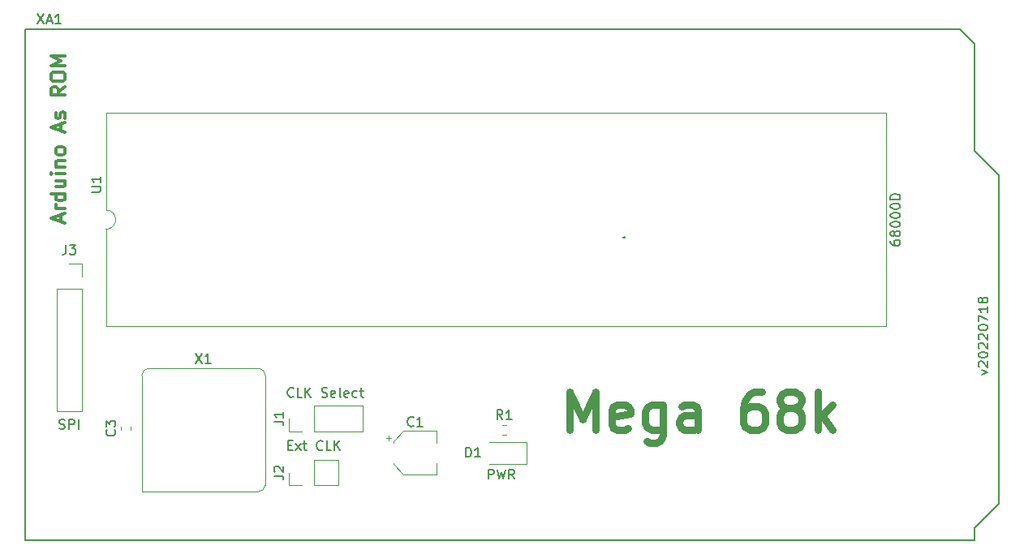
<source format=gbr>
%TF.GenerationSoftware,KiCad,Pcbnew,(6.0.2)*%
%TF.CreationDate,2022-07-18T22:22:09-07:00*%
%TF.ProjectId,Mega68k,4d656761-3638-46b2-9e6b-696361645f70,rev?*%
%TF.SameCoordinates,Original*%
%TF.FileFunction,Legend,Top*%
%TF.FilePolarity,Positive*%
%FSLAX46Y46*%
G04 Gerber Fmt 4.6, Leading zero omitted, Abs format (unit mm)*
G04 Created by KiCad (PCBNEW (6.0.2)) date 2022-07-18 22:22:09*
%MOMM*%
%LPD*%
G01*
G04 APERTURE LIST*
%ADD10C,0.300000*%
%ADD11C,0.200000*%
%ADD12C,0.750000*%
%ADD13C,0.150000*%
%ADD14C,0.120000*%
G04 APERTURE END LIST*
D10*
X51964400Y-78249171D02*
X51964400Y-77534885D01*
X52392971Y-78392028D02*
X50892971Y-77892028D01*
X52392971Y-77392028D01*
X52392971Y-76892028D02*
X51392971Y-76892028D01*
X51678685Y-76892028D02*
X51535828Y-76820600D01*
X51464400Y-76749171D01*
X51392971Y-76606314D01*
X51392971Y-76463457D01*
X52392971Y-75320600D02*
X50892971Y-75320600D01*
X52321542Y-75320600D02*
X52392971Y-75463457D01*
X52392971Y-75749171D01*
X52321542Y-75892028D01*
X52250114Y-75963457D01*
X52107257Y-76034885D01*
X51678685Y-76034885D01*
X51535828Y-75963457D01*
X51464400Y-75892028D01*
X51392971Y-75749171D01*
X51392971Y-75463457D01*
X51464400Y-75320600D01*
X51392971Y-73963457D02*
X52392971Y-73963457D01*
X51392971Y-74606314D02*
X52178685Y-74606314D01*
X52321542Y-74534885D01*
X52392971Y-74392028D01*
X52392971Y-74177742D01*
X52321542Y-74034885D01*
X52250114Y-73963457D01*
X52392971Y-73249171D02*
X51392971Y-73249171D01*
X50892971Y-73249171D02*
X50964400Y-73320600D01*
X51035828Y-73249171D01*
X50964400Y-73177742D01*
X50892971Y-73249171D01*
X51035828Y-73249171D01*
X51392971Y-72534885D02*
X52392971Y-72534885D01*
X51535828Y-72534885D02*
X51464400Y-72463457D01*
X51392971Y-72320600D01*
X51392971Y-72106314D01*
X51464400Y-71963457D01*
X51607257Y-71892028D01*
X52392971Y-71892028D01*
X52392971Y-70963457D02*
X52321542Y-71106314D01*
X52250114Y-71177742D01*
X52107257Y-71249171D01*
X51678685Y-71249171D01*
X51535828Y-71177742D01*
X51464400Y-71106314D01*
X51392971Y-70963457D01*
X51392971Y-70749171D01*
X51464400Y-70606314D01*
X51535828Y-70534885D01*
X51678685Y-70463457D01*
X52107257Y-70463457D01*
X52250114Y-70534885D01*
X52321542Y-70606314D01*
X52392971Y-70749171D01*
X52392971Y-70963457D01*
X51964400Y-68749171D02*
X51964400Y-68034885D01*
X52392971Y-68892028D02*
X50892971Y-68392028D01*
X52392971Y-67892028D01*
X52321542Y-67463457D02*
X52392971Y-67320600D01*
X52392971Y-67034885D01*
X52321542Y-66892028D01*
X52178685Y-66820600D01*
X52107257Y-66820600D01*
X51964400Y-66892028D01*
X51892971Y-67034885D01*
X51892971Y-67249171D01*
X51821542Y-67392028D01*
X51678685Y-67463457D01*
X51607257Y-67463457D01*
X51464400Y-67392028D01*
X51392971Y-67249171D01*
X51392971Y-67034885D01*
X51464400Y-66892028D01*
X52392971Y-64177742D02*
X51678685Y-64677742D01*
X52392971Y-65034885D02*
X50892971Y-65034885D01*
X50892971Y-64463457D01*
X50964400Y-64320600D01*
X51035828Y-64249171D01*
X51178685Y-64177742D01*
X51392971Y-64177742D01*
X51535828Y-64249171D01*
X51607257Y-64320600D01*
X51678685Y-64463457D01*
X51678685Y-65034885D01*
X50892971Y-63249171D02*
X50892971Y-62963457D01*
X50964400Y-62820600D01*
X51107257Y-62677742D01*
X51392971Y-62606314D01*
X51892971Y-62606314D01*
X52178685Y-62677742D01*
X52321542Y-62820600D01*
X52392971Y-62963457D01*
X52392971Y-63249171D01*
X52321542Y-63392028D01*
X52178685Y-63534885D01*
X51892971Y-63606314D01*
X51392971Y-63606314D01*
X51107257Y-63534885D01*
X50964400Y-63392028D01*
X50892971Y-63249171D01*
X52392971Y-61963457D02*
X50892971Y-61963457D01*
X51964400Y-61463457D01*
X50892971Y-60963457D01*
X52392971Y-60963457D01*
D11*
X147994714Y-94192219D02*
X148661380Y-93954123D01*
X147994714Y-93716028D01*
X147756619Y-93382695D02*
X147709000Y-93335076D01*
X147661380Y-93239838D01*
X147661380Y-93001742D01*
X147709000Y-92906504D01*
X147756619Y-92858885D01*
X147851857Y-92811266D01*
X147947095Y-92811266D01*
X148089952Y-92858885D01*
X148661380Y-93430314D01*
X148661380Y-92811266D01*
X147661380Y-92192219D02*
X147661380Y-92096980D01*
X147709000Y-92001742D01*
X147756619Y-91954123D01*
X147851857Y-91906504D01*
X148042333Y-91858885D01*
X148280428Y-91858885D01*
X148470904Y-91906504D01*
X148566142Y-91954123D01*
X148613761Y-92001742D01*
X148661380Y-92096980D01*
X148661380Y-92192219D01*
X148613761Y-92287457D01*
X148566142Y-92335076D01*
X148470904Y-92382695D01*
X148280428Y-92430314D01*
X148042333Y-92430314D01*
X147851857Y-92382695D01*
X147756619Y-92335076D01*
X147709000Y-92287457D01*
X147661380Y-92192219D01*
X147756619Y-91477933D02*
X147709000Y-91430314D01*
X147661380Y-91335076D01*
X147661380Y-91096980D01*
X147709000Y-91001742D01*
X147756619Y-90954123D01*
X147851857Y-90906504D01*
X147947095Y-90906504D01*
X148089952Y-90954123D01*
X148661380Y-91525552D01*
X148661380Y-90906504D01*
X147756619Y-90525552D02*
X147709000Y-90477933D01*
X147661380Y-90382695D01*
X147661380Y-90144600D01*
X147709000Y-90049361D01*
X147756619Y-90001742D01*
X147851857Y-89954123D01*
X147947095Y-89954123D01*
X148089952Y-90001742D01*
X148661380Y-90573171D01*
X148661380Y-89954123D01*
X147661380Y-89335076D02*
X147661380Y-89239838D01*
X147709000Y-89144600D01*
X147756619Y-89096980D01*
X147851857Y-89049361D01*
X148042333Y-89001742D01*
X148280428Y-89001742D01*
X148470904Y-89049361D01*
X148566142Y-89096980D01*
X148613761Y-89144600D01*
X148661380Y-89239838D01*
X148661380Y-89335076D01*
X148613761Y-89430314D01*
X148566142Y-89477933D01*
X148470904Y-89525552D01*
X148280428Y-89573171D01*
X148042333Y-89573171D01*
X147851857Y-89525552D01*
X147756619Y-89477933D01*
X147709000Y-89430314D01*
X147661380Y-89335076D01*
X147661380Y-88668409D02*
X147661380Y-88001742D01*
X148661380Y-88430314D01*
X148661380Y-87096980D02*
X148661380Y-87668409D01*
X148661380Y-87382695D02*
X147661380Y-87382695D01*
X147804238Y-87477933D01*
X147899476Y-87573171D01*
X147947095Y-87668409D01*
X148089952Y-86525552D02*
X148042333Y-86620790D01*
X147994714Y-86668409D01*
X147899476Y-86716028D01*
X147851857Y-86716028D01*
X147756619Y-86668409D01*
X147709000Y-86620790D01*
X147661380Y-86525552D01*
X147661380Y-86335076D01*
X147709000Y-86239838D01*
X147756619Y-86192219D01*
X147851857Y-86144600D01*
X147899476Y-86144600D01*
X147994714Y-86192219D01*
X148042333Y-86239838D01*
X148089952Y-86335076D01*
X148089952Y-86525552D01*
X148137571Y-86620790D01*
X148185190Y-86668409D01*
X148280428Y-86716028D01*
X148470904Y-86716028D01*
X148566142Y-86668409D01*
X148613761Y-86620790D01*
X148661380Y-86525552D01*
X148661380Y-86335076D01*
X148613761Y-86239838D01*
X148566142Y-86192219D01*
X148470904Y-86144600D01*
X148280428Y-86144600D01*
X148185190Y-86192219D01*
X148137571Y-86239838D01*
X148089952Y-86335076D01*
D12*
X105049752Y-99980523D02*
X105049752Y-95980523D01*
X106383085Y-98837666D01*
X107716419Y-95980523D01*
X107716419Y-99980523D01*
X111144990Y-99790047D02*
X110764038Y-99980523D01*
X110002133Y-99980523D01*
X109621180Y-99790047D01*
X109430704Y-99409095D01*
X109430704Y-97885285D01*
X109621180Y-97504333D01*
X110002133Y-97313857D01*
X110764038Y-97313857D01*
X111144990Y-97504333D01*
X111335466Y-97885285D01*
X111335466Y-98266238D01*
X109430704Y-98647190D01*
X114764038Y-97313857D02*
X114764038Y-100551952D01*
X114573561Y-100932904D01*
X114383085Y-101123380D01*
X114002133Y-101313857D01*
X113430704Y-101313857D01*
X113049752Y-101123380D01*
X114764038Y-99790047D02*
X114383085Y-99980523D01*
X113621180Y-99980523D01*
X113240228Y-99790047D01*
X113049752Y-99599571D01*
X112859276Y-99218619D01*
X112859276Y-98075761D01*
X113049752Y-97694809D01*
X113240228Y-97504333D01*
X113621180Y-97313857D01*
X114383085Y-97313857D01*
X114764038Y-97504333D01*
X118383085Y-99980523D02*
X118383085Y-97885285D01*
X118192609Y-97504333D01*
X117811657Y-97313857D01*
X117049752Y-97313857D01*
X116668800Y-97504333D01*
X118383085Y-99790047D02*
X118002133Y-99980523D01*
X117049752Y-99980523D01*
X116668800Y-99790047D01*
X116478323Y-99409095D01*
X116478323Y-99028142D01*
X116668800Y-98647190D01*
X117049752Y-98456714D01*
X118002133Y-98456714D01*
X118383085Y-98266238D01*
X125049752Y-95980523D02*
X124287847Y-95980523D01*
X123906895Y-96171000D01*
X123716419Y-96361476D01*
X123335466Y-96932904D01*
X123144990Y-97694809D01*
X123144990Y-99218619D01*
X123335466Y-99599571D01*
X123525942Y-99790047D01*
X123906895Y-99980523D01*
X124668800Y-99980523D01*
X125049752Y-99790047D01*
X125240228Y-99599571D01*
X125430704Y-99218619D01*
X125430704Y-98266238D01*
X125240228Y-97885285D01*
X125049752Y-97694809D01*
X124668800Y-97504333D01*
X123906895Y-97504333D01*
X123525942Y-97694809D01*
X123335466Y-97885285D01*
X123144990Y-98266238D01*
X127716419Y-97694809D02*
X127335466Y-97504333D01*
X127144990Y-97313857D01*
X126954514Y-96932904D01*
X126954514Y-96742428D01*
X127144990Y-96361476D01*
X127335466Y-96171000D01*
X127716419Y-95980523D01*
X128478323Y-95980523D01*
X128859276Y-96171000D01*
X129049752Y-96361476D01*
X129240228Y-96742428D01*
X129240228Y-96932904D01*
X129049752Y-97313857D01*
X128859276Y-97504333D01*
X128478323Y-97694809D01*
X127716419Y-97694809D01*
X127335466Y-97885285D01*
X127144990Y-98075761D01*
X126954514Y-98456714D01*
X126954514Y-99218619D01*
X127144990Y-99599571D01*
X127335466Y-99790047D01*
X127716419Y-99980523D01*
X128478323Y-99980523D01*
X128859276Y-99790047D01*
X129049752Y-99599571D01*
X129240228Y-99218619D01*
X129240228Y-98456714D01*
X129049752Y-98075761D01*
X128859276Y-97885285D01*
X128478323Y-97694809D01*
X130954514Y-99980523D02*
X130954514Y-95980523D01*
X131335466Y-98456714D02*
X132478323Y-99980523D01*
X132478323Y-97313857D02*
X130954514Y-98837666D01*
D13*
%TO.C,J3*%
X52473266Y-80654780D02*
X52473266Y-81369066D01*
X52425647Y-81511923D01*
X52330409Y-81607161D01*
X52187552Y-81654780D01*
X52092314Y-81654780D01*
X52854219Y-80654780D02*
X53473266Y-80654780D01*
X53139933Y-81035733D01*
X53282790Y-81035733D01*
X53378028Y-81083352D01*
X53425647Y-81130971D01*
X53473266Y-81226209D01*
X53473266Y-81464304D01*
X53425647Y-81559542D01*
X53378028Y-81607161D01*
X53282790Y-81654780D01*
X52997076Y-81654780D01*
X52901838Y-81607161D01*
X52854219Y-81559542D01*
X51782790Y-99847161D02*
X51925647Y-99894780D01*
X52163742Y-99894780D01*
X52258980Y-99847161D01*
X52306600Y-99799542D01*
X52354219Y-99704304D01*
X52354219Y-99609066D01*
X52306600Y-99513828D01*
X52258980Y-99466209D01*
X52163742Y-99418590D01*
X51973266Y-99370971D01*
X51878028Y-99323352D01*
X51830409Y-99275733D01*
X51782790Y-99180495D01*
X51782790Y-99085257D01*
X51830409Y-98990019D01*
X51878028Y-98942400D01*
X51973266Y-98894780D01*
X52211361Y-98894780D01*
X52354219Y-98942400D01*
X52782790Y-99894780D02*
X52782790Y-98894780D01*
X53163742Y-98894780D01*
X53258980Y-98942400D01*
X53306600Y-98990019D01*
X53354219Y-99085257D01*
X53354219Y-99228114D01*
X53306600Y-99323352D01*
X53258980Y-99370971D01*
X53163742Y-99418590D01*
X52782790Y-99418590D01*
X53782790Y-99894780D02*
X53782790Y-98894780D01*
%TO.C,XA1*%
X49511104Y-56576980D02*
X50177771Y-57576980D01*
X50177771Y-56576980D02*
X49511104Y-57576980D01*
X50511104Y-57291266D02*
X50987295Y-57291266D01*
X50415866Y-57576980D02*
X50749200Y-56576980D01*
X51082533Y-57576980D01*
X51939676Y-57576980D02*
X51368247Y-57576980D01*
X51653961Y-57576980D02*
X51653961Y-56576980D01*
X51558723Y-56719838D01*
X51463485Y-56815076D01*
X51368247Y-56862695D01*
X110693200Y-79833742D02*
X110740819Y-79881361D01*
X110693200Y-79928980D01*
X110645580Y-79881361D01*
X110693200Y-79833742D01*
X110693200Y-79928980D01*
%TO.C,C1*%
X88733333Y-99519142D02*
X88685714Y-99566761D01*
X88542857Y-99614380D01*
X88447619Y-99614380D01*
X88304761Y-99566761D01*
X88209523Y-99471523D01*
X88161904Y-99376285D01*
X88114285Y-99185809D01*
X88114285Y-99042952D01*
X88161904Y-98852476D01*
X88209523Y-98757238D01*
X88304761Y-98662000D01*
X88447619Y-98614380D01*
X88542857Y-98614380D01*
X88685714Y-98662000D01*
X88733333Y-98709619D01*
X89685714Y-99614380D02*
X89114285Y-99614380D01*
X89400000Y-99614380D02*
X89400000Y-98614380D01*
X89304761Y-98757238D01*
X89209523Y-98852476D01*
X89114285Y-98900095D01*
%TO.C,J2*%
X74175580Y-104778133D02*
X74889866Y-104778133D01*
X75032723Y-104825752D01*
X75127961Y-104920990D01*
X75175580Y-105063847D01*
X75175580Y-105159085D01*
X74270819Y-104349561D02*
X74223200Y-104301942D01*
X74175580Y-104206704D01*
X74175580Y-103968609D01*
X74223200Y-103873371D01*
X74270819Y-103825752D01*
X74366057Y-103778133D01*
X74461295Y-103778133D01*
X74604152Y-103825752D01*
X75175580Y-104397180D01*
X75175580Y-103778133D01*
X75637723Y-101579371D02*
X75971057Y-101579371D01*
X76113914Y-102103180D02*
X75637723Y-102103180D01*
X75637723Y-101103180D01*
X76113914Y-101103180D01*
X76447247Y-102103180D02*
X76971057Y-101436514D01*
X76447247Y-101436514D02*
X76971057Y-102103180D01*
X77209152Y-101436514D02*
X77590104Y-101436514D01*
X77352009Y-101103180D02*
X77352009Y-101960323D01*
X77399628Y-102055561D01*
X77494866Y-102103180D01*
X77590104Y-102103180D01*
X79256771Y-102007942D02*
X79209152Y-102055561D01*
X79066295Y-102103180D01*
X78971057Y-102103180D01*
X78828200Y-102055561D01*
X78732961Y-101960323D01*
X78685342Y-101865085D01*
X78637723Y-101674609D01*
X78637723Y-101531752D01*
X78685342Y-101341276D01*
X78732961Y-101246038D01*
X78828200Y-101150800D01*
X78971057Y-101103180D01*
X79066295Y-101103180D01*
X79209152Y-101150800D01*
X79256771Y-101198419D01*
X80161533Y-102103180D02*
X79685342Y-102103180D01*
X79685342Y-101103180D01*
X80494866Y-102103180D02*
X80494866Y-101103180D01*
X81066295Y-102103180D02*
X80637723Y-101531752D01*
X81066295Y-101103180D02*
X80494866Y-101674609D01*
%TO.C,X1*%
X66017876Y-91996580D02*
X66684542Y-92996580D01*
X66684542Y-91996580D02*
X66017876Y-92996580D01*
X67589304Y-92996580D02*
X67017876Y-92996580D01*
X67303590Y-92996580D02*
X67303590Y-91996580D01*
X67208352Y-92139438D01*
X67113114Y-92234676D01*
X67017876Y-92282295D01*
%TO.C,J1*%
X74175580Y-99113933D02*
X74889866Y-99113933D01*
X75032723Y-99161552D01*
X75127961Y-99256790D01*
X75175580Y-99399647D01*
X75175580Y-99494885D01*
X75175580Y-98113933D02*
X75175580Y-98685361D01*
X75175580Y-98399647D02*
X74175580Y-98399647D01*
X74318438Y-98494885D01*
X74413676Y-98590123D01*
X74461295Y-98685361D01*
X76216285Y-96470742D02*
X76168666Y-96518361D01*
X76025809Y-96565980D01*
X75930571Y-96565980D01*
X75787714Y-96518361D01*
X75692476Y-96423123D01*
X75644857Y-96327885D01*
X75597238Y-96137409D01*
X75597238Y-95994552D01*
X75644857Y-95804076D01*
X75692476Y-95708838D01*
X75787714Y-95613600D01*
X75930571Y-95565980D01*
X76025809Y-95565980D01*
X76168666Y-95613600D01*
X76216285Y-95661219D01*
X77121047Y-96565980D02*
X76644857Y-96565980D01*
X76644857Y-95565980D01*
X77454380Y-96565980D02*
X77454380Y-95565980D01*
X78025809Y-96565980D02*
X77597238Y-95994552D01*
X78025809Y-95565980D02*
X77454380Y-96137409D01*
X79168666Y-96518361D02*
X79311523Y-96565980D01*
X79549619Y-96565980D01*
X79644857Y-96518361D01*
X79692476Y-96470742D01*
X79740095Y-96375504D01*
X79740095Y-96280266D01*
X79692476Y-96185028D01*
X79644857Y-96137409D01*
X79549619Y-96089790D01*
X79359142Y-96042171D01*
X79263904Y-95994552D01*
X79216285Y-95946933D01*
X79168666Y-95851695D01*
X79168666Y-95756457D01*
X79216285Y-95661219D01*
X79263904Y-95613600D01*
X79359142Y-95565980D01*
X79597238Y-95565980D01*
X79740095Y-95613600D01*
X80549619Y-96518361D02*
X80454380Y-96565980D01*
X80263904Y-96565980D01*
X80168666Y-96518361D01*
X80121047Y-96423123D01*
X80121047Y-96042171D01*
X80168666Y-95946933D01*
X80263904Y-95899314D01*
X80454380Y-95899314D01*
X80549619Y-95946933D01*
X80597238Y-96042171D01*
X80597238Y-96137409D01*
X80121047Y-96232647D01*
X81168666Y-96565980D02*
X81073428Y-96518361D01*
X81025809Y-96423123D01*
X81025809Y-95565980D01*
X81930571Y-96518361D02*
X81835333Y-96565980D01*
X81644857Y-96565980D01*
X81549619Y-96518361D01*
X81502000Y-96423123D01*
X81502000Y-96042171D01*
X81549619Y-95946933D01*
X81644857Y-95899314D01*
X81835333Y-95899314D01*
X81930571Y-95946933D01*
X81978190Y-96042171D01*
X81978190Y-96137409D01*
X81502000Y-96232647D01*
X82835333Y-96518361D02*
X82740095Y-96565980D01*
X82549619Y-96565980D01*
X82454380Y-96518361D01*
X82406761Y-96470742D01*
X82359142Y-96375504D01*
X82359142Y-96089790D01*
X82406761Y-95994552D01*
X82454380Y-95946933D01*
X82549619Y-95899314D01*
X82740095Y-95899314D01*
X82835333Y-95946933D01*
X83121047Y-95899314D02*
X83502000Y-95899314D01*
X83263904Y-95565980D02*
X83263904Y-96423123D01*
X83311523Y-96518361D01*
X83406761Y-96565980D01*
X83502000Y-96565980D01*
%TO.C,D1*%
X94181704Y-102814380D02*
X94181704Y-101814380D01*
X94419800Y-101814380D01*
X94562657Y-101862000D01*
X94657895Y-101957238D01*
X94705514Y-102052476D01*
X94753133Y-102242952D01*
X94753133Y-102385809D01*
X94705514Y-102576285D01*
X94657895Y-102671523D01*
X94562657Y-102766761D01*
X94419800Y-102814380D01*
X94181704Y-102814380D01*
X95705514Y-102814380D02*
X95134085Y-102814380D01*
X95419800Y-102814380D02*
X95419800Y-101814380D01*
X95324561Y-101957238D01*
X95229323Y-102052476D01*
X95134085Y-102100095D01*
X96558266Y-105100380D02*
X96558266Y-104100380D01*
X96939219Y-104100380D01*
X97034457Y-104148000D01*
X97082076Y-104195619D01*
X97129695Y-104290857D01*
X97129695Y-104433714D01*
X97082076Y-104528952D01*
X97034457Y-104576571D01*
X96939219Y-104624190D01*
X96558266Y-104624190D01*
X97463028Y-104100380D02*
X97701123Y-105100380D01*
X97891600Y-104386095D01*
X98082076Y-105100380D01*
X98320171Y-104100380D01*
X99272552Y-105100380D02*
X98939219Y-104624190D01*
X98701123Y-105100380D02*
X98701123Y-104100380D01*
X99082076Y-104100380D01*
X99177314Y-104148000D01*
X99224933Y-104195619D01*
X99272552Y-104290857D01*
X99272552Y-104433714D01*
X99224933Y-104528952D01*
X99177314Y-104576571D01*
X99082076Y-104624190D01*
X98701123Y-104624190D01*
%TO.C,R1*%
X98029733Y-98877380D02*
X97696400Y-98401190D01*
X97458304Y-98877380D02*
X97458304Y-97877380D01*
X97839257Y-97877380D01*
X97934495Y-97925000D01*
X97982114Y-97972619D01*
X98029733Y-98067857D01*
X98029733Y-98210714D01*
X97982114Y-98305952D01*
X97934495Y-98353571D01*
X97839257Y-98401190D01*
X97458304Y-98401190D01*
X98982114Y-98877380D02*
X98410685Y-98877380D01*
X98696400Y-98877380D02*
X98696400Y-97877380D01*
X98601161Y-98020238D01*
X98505923Y-98115476D01*
X98410685Y-98163095D01*
%TO.C,C3*%
X57557942Y-99963266D02*
X57605561Y-100010885D01*
X57653180Y-100153742D01*
X57653180Y-100248980D01*
X57605561Y-100391838D01*
X57510323Y-100487076D01*
X57415085Y-100534695D01*
X57224609Y-100582314D01*
X57081752Y-100582314D01*
X56891276Y-100534695D01*
X56796038Y-100487076D01*
X56700800Y-100391838D01*
X56653180Y-100248980D01*
X56653180Y-100153742D01*
X56700800Y-100010885D01*
X56748419Y-99963266D01*
X56653180Y-99629933D02*
X56653180Y-99010885D01*
X57034133Y-99344219D01*
X57034133Y-99201361D01*
X57081752Y-99106123D01*
X57129371Y-99058504D01*
X57224609Y-99010885D01*
X57462704Y-99010885D01*
X57557942Y-99058504D01*
X57605561Y-99106123D01*
X57653180Y-99201361D01*
X57653180Y-99487076D01*
X57605561Y-99582314D01*
X57557942Y-99629933D01*
%TO.C,U1*%
X55124180Y-75133104D02*
X55933704Y-75133104D01*
X56028942Y-75085485D01*
X56076561Y-75037866D01*
X56124180Y-74942628D01*
X56124180Y-74752152D01*
X56076561Y-74656914D01*
X56028942Y-74609295D01*
X55933704Y-74561676D01*
X55124180Y-74561676D01*
X56124180Y-73561676D02*
X56124180Y-74133104D01*
X56124180Y-73847390D02*
X55124180Y-73847390D01*
X55267038Y-73942628D01*
X55362276Y-74037866D01*
X55409895Y-74133104D01*
X138505580Y-80243085D02*
X138505580Y-80433561D01*
X138553200Y-80528800D01*
X138600819Y-80576419D01*
X138743676Y-80671657D01*
X138934152Y-80719276D01*
X139315104Y-80719276D01*
X139410342Y-80671657D01*
X139457961Y-80624038D01*
X139505580Y-80528800D01*
X139505580Y-80338323D01*
X139457961Y-80243085D01*
X139410342Y-80195466D01*
X139315104Y-80147847D01*
X139077009Y-80147847D01*
X138981771Y-80195466D01*
X138934152Y-80243085D01*
X138886533Y-80338323D01*
X138886533Y-80528800D01*
X138934152Y-80624038D01*
X138981771Y-80671657D01*
X139077009Y-80719276D01*
X138934152Y-79576419D02*
X138886533Y-79671657D01*
X138838914Y-79719276D01*
X138743676Y-79766895D01*
X138696057Y-79766895D01*
X138600819Y-79719276D01*
X138553200Y-79671657D01*
X138505580Y-79576419D01*
X138505580Y-79385942D01*
X138553200Y-79290704D01*
X138600819Y-79243085D01*
X138696057Y-79195466D01*
X138743676Y-79195466D01*
X138838914Y-79243085D01*
X138886533Y-79290704D01*
X138934152Y-79385942D01*
X138934152Y-79576419D01*
X138981771Y-79671657D01*
X139029390Y-79719276D01*
X139124628Y-79766895D01*
X139315104Y-79766895D01*
X139410342Y-79719276D01*
X139457961Y-79671657D01*
X139505580Y-79576419D01*
X139505580Y-79385942D01*
X139457961Y-79290704D01*
X139410342Y-79243085D01*
X139315104Y-79195466D01*
X139124628Y-79195466D01*
X139029390Y-79243085D01*
X138981771Y-79290704D01*
X138934152Y-79385942D01*
X138505580Y-78576419D02*
X138505580Y-78481180D01*
X138553200Y-78385942D01*
X138600819Y-78338323D01*
X138696057Y-78290704D01*
X138886533Y-78243085D01*
X139124628Y-78243085D01*
X139315104Y-78290704D01*
X139410342Y-78338323D01*
X139457961Y-78385942D01*
X139505580Y-78481180D01*
X139505580Y-78576419D01*
X139457961Y-78671657D01*
X139410342Y-78719276D01*
X139315104Y-78766895D01*
X139124628Y-78814514D01*
X138886533Y-78814514D01*
X138696057Y-78766895D01*
X138600819Y-78719276D01*
X138553200Y-78671657D01*
X138505580Y-78576419D01*
X138505580Y-77624038D02*
X138505580Y-77528800D01*
X138553200Y-77433561D01*
X138600819Y-77385942D01*
X138696057Y-77338323D01*
X138886533Y-77290704D01*
X139124628Y-77290704D01*
X139315104Y-77338323D01*
X139410342Y-77385942D01*
X139457961Y-77433561D01*
X139505580Y-77528800D01*
X139505580Y-77624038D01*
X139457961Y-77719276D01*
X139410342Y-77766895D01*
X139315104Y-77814514D01*
X139124628Y-77862133D01*
X138886533Y-77862133D01*
X138696057Y-77814514D01*
X138600819Y-77766895D01*
X138553200Y-77719276D01*
X138505580Y-77624038D01*
X138505580Y-76671657D02*
X138505580Y-76576419D01*
X138553200Y-76481180D01*
X138600819Y-76433561D01*
X138696057Y-76385942D01*
X138886533Y-76338323D01*
X139124628Y-76338323D01*
X139315104Y-76385942D01*
X139410342Y-76433561D01*
X139457961Y-76481180D01*
X139505580Y-76576419D01*
X139505580Y-76671657D01*
X139457961Y-76766895D01*
X139410342Y-76814514D01*
X139315104Y-76862133D01*
X139124628Y-76909752D01*
X138886533Y-76909752D01*
X138696057Y-76862133D01*
X138600819Y-76814514D01*
X138553200Y-76766895D01*
X138505580Y-76671657D01*
X139505580Y-75909752D02*
X138505580Y-75909752D01*
X138505580Y-75671657D01*
X138553200Y-75528800D01*
X138648438Y-75433561D01*
X138743676Y-75385942D01*
X138934152Y-75338323D01*
X139077009Y-75338323D01*
X139267485Y-75385942D01*
X139362723Y-75433561D01*
X139457961Y-75528800D01*
X139505580Y-75671657D01*
X139505580Y-75909752D01*
D14*
%TO.C,J3*%
X51476600Y-98002400D02*
X54136600Y-98002400D01*
X51476600Y-85242400D02*
X51476600Y-98002400D01*
X54136600Y-82642400D02*
X54136600Y-83972400D01*
X54136600Y-85242400D02*
X54136600Y-98002400D01*
X51476600Y-85242400D02*
X54136600Y-85242400D01*
X52806600Y-82642400D02*
X54136600Y-82642400D01*
D13*
%TO.C,XA1*%
X48209200Y-58140600D02*
X48209200Y-111480600D01*
X147269200Y-70840600D02*
X147269200Y-59664600D01*
X149809200Y-73380600D02*
X147269200Y-70840600D01*
X149809200Y-107670600D02*
X149809200Y-73380600D01*
X147269200Y-110210600D02*
X149809200Y-107670600D01*
X147269200Y-111480600D02*
X147269200Y-110210600D01*
X145745200Y-58140600D02*
X147269200Y-59664600D01*
X48209200Y-111480600D02*
X147269200Y-111480600D01*
X48209200Y-58140600D02*
X145745200Y-58140600D01*
D14*
%TO.C,C1*%
X91160000Y-104622000D02*
X91160000Y-103422000D01*
X87704437Y-100102000D02*
X91160000Y-100102000D01*
X87704437Y-104622000D02*
X91160000Y-104622000D01*
X85900000Y-100802000D02*
X86400000Y-100802000D01*
X91160000Y-100102000D02*
X91160000Y-101302000D01*
X86640000Y-103557563D02*
X87704437Y-104622000D01*
X86640000Y-103557563D02*
X86640000Y-103422000D01*
X86640000Y-101166437D02*
X86640000Y-101302000D01*
X86150000Y-100552000D02*
X86150000Y-101052000D01*
X86640000Y-101166437D02*
X87704437Y-100102000D01*
%TO.C,J2*%
X77053200Y-105774800D02*
X75723200Y-105774800D01*
X78323200Y-105774800D02*
X80923200Y-105774800D01*
X75723200Y-105774800D02*
X75723200Y-104444800D01*
X78323200Y-103114800D02*
X80923200Y-103114800D01*
X78323200Y-105774800D02*
X78323200Y-103114800D01*
X80923200Y-105774800D02*
X80923200Y-103114800D01*
%TO.C,X1*%
X73277400Y-105694200D02*
X73277400Y-94294200D01*
X60377400Y-106444200D02*
X72527400Y-106444200D01*
X60377400Y-94294200D02*
X60377400Y-106444200D01*
X72527400Y-93544200D02*
X61127400Y-93544200D01*
X72527400Y-106444200D02*
G75*
G03*
X73277400Y-105694200I0J750000D01*
G01*
X73277400Y-94294200D02*
G75*
G03*
X72527400Y-93544200I-750000J0D01*
G01*
X61127400Y-93544200D02*
G75*
G03*
X60377400Y-94294200I0J-750000D01*
G01*
%TO.C,J1*%
X77053200Y-100110600D02*
X75723200Y-100110600D01*
X75723200Y-100110600D02*
X75723200Y-98780600D01*
X78323200Y-100110600D02*
X83463200Y-100110600D01*
X78323200Y-97450600D02*
X83463200Y-97450600D01*
X83463200Y-100110600D02*
X83463200Y-97450600D01*
X78323200Y-100110600D02*
X78323200Y-97450600D01*
%TO.C,D1*%
X100506800Y-103497000D02*
X100506800Y-101227000D01*
X100506800Y-101227000D02*
X96621800Y-101227000D01*
X96621800Y-103497000D02*
X100506800Y-103497000D01*
%TO.C,R1*%
X98459058Y-100496900D02*
X97984542Y-100496900D01*
X98459058Y-99451900D02*
X97984542Y-99451900D01*
%TO.C,C3*%
X59260200Y-99681420D02*
X59260200Y-99962580D01*
X58240200Y-99681420D02*
X58240200Y-99962580D01*
%TO.C,U1*%
X56653200Y-79028800D02*
G75*
G03*
X56653200Y-77028800I0J1000000D01*
G01*
X56653200Y-66888800D02*
X56653200Y-77028800D01*
X138053200Y-66888800D02*
X56653200Y-66888800D01*
X56653200Y-79028800D02*
X56653200Y-89168800D01*
X138053200Y-89168800D02*
X138053200Y-66888800D01*
X56653200Y-89168800D02*
X138053200Y-89168800D01*
%TD*%
M02*

</source>
